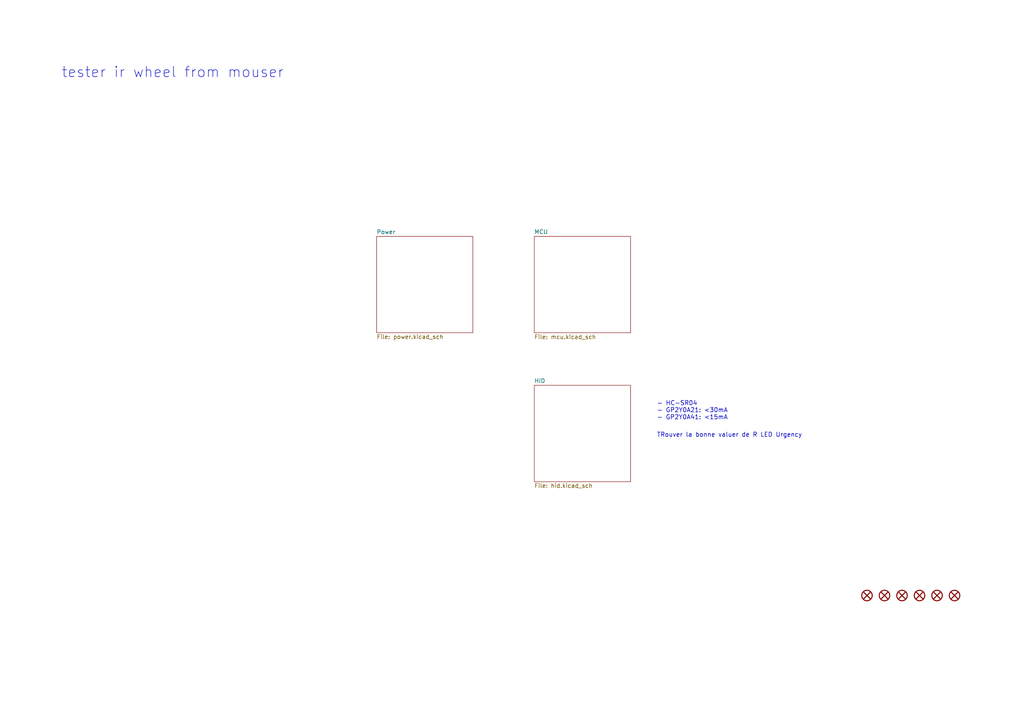
<source format=kicad_sch>
(kicad_sch (version 20210126) (generator eeschema)
  (paper "A4")
  (title_block (title "Diagram") (date "01/2021") (rev "A") (comment 1 "TBOT - PIC8-Bit"))
  (lib_symbols
    (symbol "tronixALL:MOUNTING-HOLE-MASK-3MM" (pin_numbers hide) (pin_names (offset 0) hide) (in_bom no)
      (symbol "MOUNTING-HOLE-MASK-3MM_0_1"
        (circle (center 0 0) (radius 1.524) (stroke (width 0.3)))
        (polyline (pts (xy -1.016 -1.016) (xy 1.016 1.016)) (stroke (width 0.3)))
        (polyline (pts (xy 1.016 -1.016) (xy -1.016 1.016)) (stroke (width 0.3)))
      )
    )
  )
  (text "tester ir wheel from mouser" (at 17.78 22.86 0) (effects (font (size 3 3)) (justify left bottom)))
  (text "- HC-SR04\n- GP2Y0A21: <30mA\n- GP2Y0A41: <15mA" (at 190.5 121.92 0) (effects (font (size 1.27 1.27)) (justify left bottom)))
  (text "TRouver la bonne valuer de R LED Urgency" (at 190.5 127 0) (effects (font (size 1.27 1.27)) (justify left bottom)))
  (symbol (lib_id "tronixALL:MOUNTING-HOLE-MASK-3MM") (at 251.46 172.72 0) (unit 1)
    (property "Reference" "H1" (effects hide))
    (property "Value" "MOUNTING-HOLE-MASK-3MM" (effects hide))
    (property "Footprint" "tronixALL:M3-MASK" (effects hide))
  )
  (symbol (lib_id "tronixALL:MOUNTING-HOLE-MASK-3MM") (at 256.54 172.72 0) (unit 1)
    (property "Reference" "H2" (effects hide))
    (property "Value" "MOUNTING-HOLE-MASK-3MM" (effects hide))
    (property "Footprint" "tronixALL:M3-MASK" (effects hide))
  )
  (symbol (lib_id "tronixALL:MOUNTING-HOLE-MASK-3MM") (at 261.62 172.72 0) (unit 1)
    (property "Reference" "H3" (effects hide))
    (property "Value" "MOUNTING-HOLE-MASK-3MM" (effects hide))
    (property "Footprint" "tronixALL:M3-MASK" (effects hide))
  )
  (symbol (lib_id "tronixALL:MOUNTING-HOLE-MASK-3MM") (at 266.7 172.72 0) (unit 1)
    (property "Reference" "H4" (effects hide))
    (property "Value" "MOUNTING-HOLE-MASK-3MM" (effects hide))
    (property "Footprint" "tronixALL:M3-MASK" (effects hide))
  )
  (symbol (lib_id "tronixALL:MOUNTING-HOLE-MASK-3MM") (at 271.78 172.72 0) (unit 1)
    (property "Reference" "H5" (effects hide))
    (property "Value" "MOUNTING-HOLE-MASK-3MM" (effects hide))
    (property "Footprint" "tronixALL:M3-MASK" (effects hide))
  )
  (symbol (lib_id "tronixALL:MOUNTING-HOLE-MASK-3MM") (at 276.86 172.72 0) (unit 1)
    (property "Reference" "H6" (effects hide))
    (property "Value" "MOUNTING-HOLE-MASK-3MM" (effects hide))
    (property "Footprint" "tronixALL:M3-MASK" (effects hide))
  )
  (sheet (at 154.94 111.76) (size 27.94 27.94) (stroke (width 0.001))
    (property "Sheet name" "HID" (at 154.94 111.1591 0) (effects (font (size 1.2 1.2)) (justify left bottom)))
    (property "Sheet file" "hid.kicad_sch" (at 154.94 140.1809 0) (effects (font (size 1.2 1.2)) (justify left top)))
  )
  (sheet (at 154.94 68.58) (size 27.94 27.94) (stroke (width 0.001))
    (property "Sheet name" "MCU" (at 154.94 67.9441 0) (effects (font (size 1.2 1.2)) (justify left bottom)))
    (property "Sheet file" "mcu.kicad_sch" (at 154.94 97.0289 0) (effects (font (size 1.2 1.2)) (justify left top)))
  )
  (sheet (at 109.22 68.58) (size 27.94 27.94) (stroke (width 0.001))
    (property "Sheet name" "Power" (at 109.22 67.9791 0) (effects (font (size 1.2 1.2)) (justify left bottom)))
    (property "Sheet file" "power.kicad_sch" (at 109.22 97.0009 0) (effects (font (size 1.2 1.2)) (justify left top)))
  )
)
</source>
